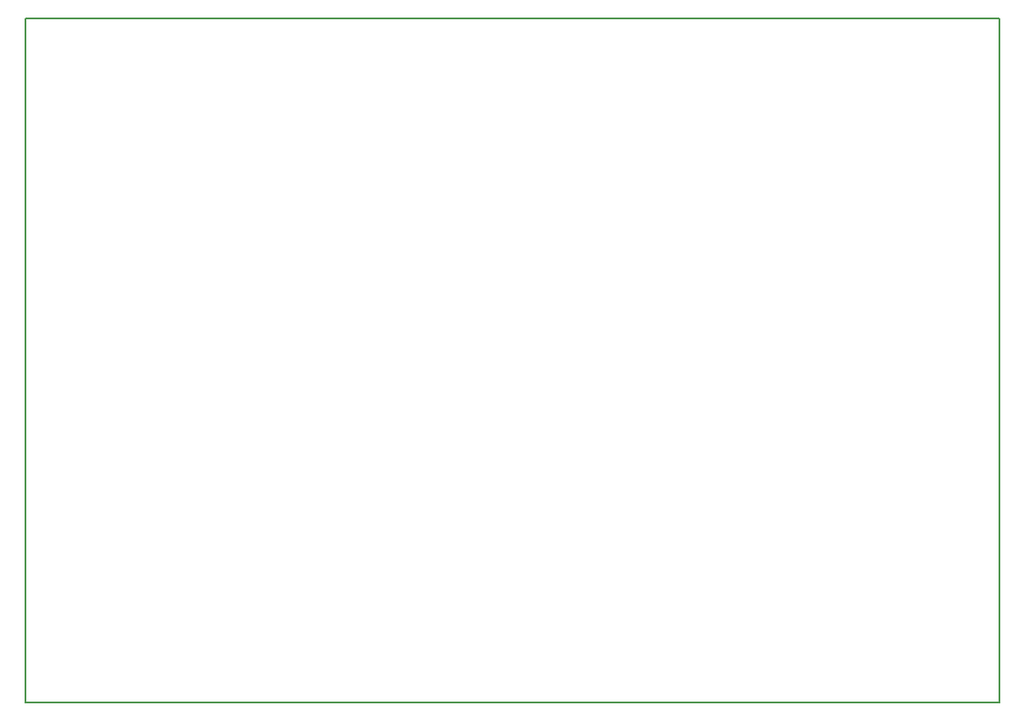
<source format=gko>
G04 #@! TF.FileFunction,Profile,NP*
%FSLAX46Y46*%
G04 Gerber Fmt 4.6, Leading zero omitted, Abs format (unit mm)*
G04 Created by KiCad (PCBNEW (2015-04-09 BZR 5589)-product) date Sunday, April 12, 2015 'PMt' 01:39:24 PM*
%MOMM*%
G01*
G04 APERTURE LIST*
%ADD10C,0.150000*%
G04 APERTURE END LIST*
D10*
X106680000Y-154940000D02*
X106680000Y-88900000D01*
X200660000Y-154940000D02*
X106680000Y-154940000D01*
X200660000Y-88900000D02*
X200660000Y-154940000D01*
X106680000Y-88900000D02*
X200660000Y-88900000D01*
M02*

</source>
